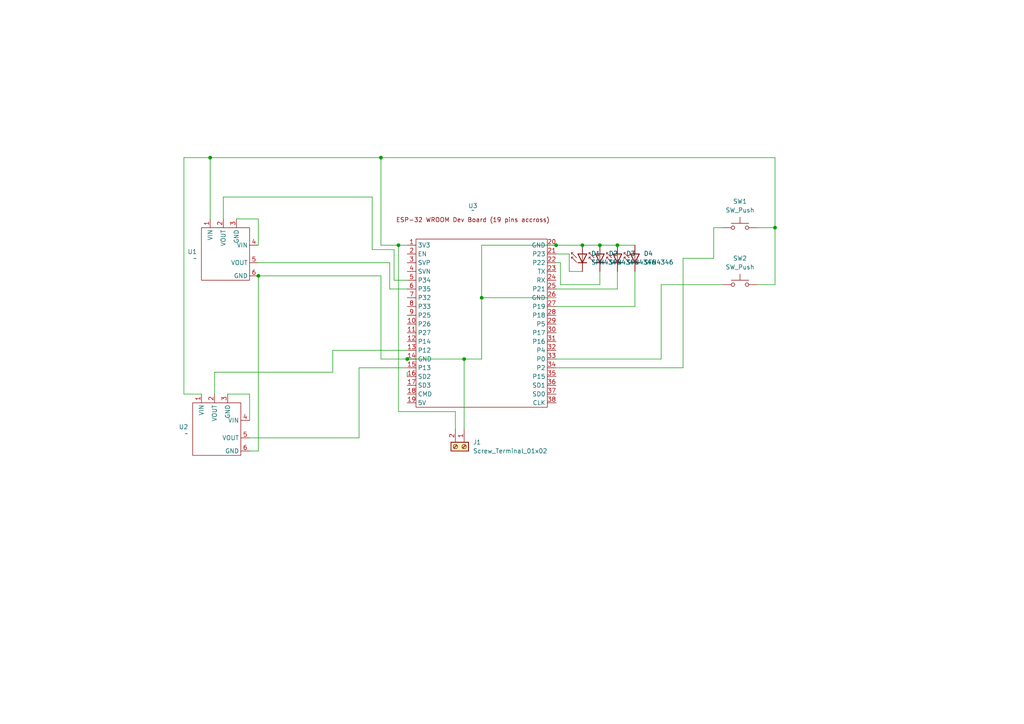
<source format=kicad_sch>
(kicad_sch (version 20231120) (generator "eeschema") (generator_version "8.0")
  (paper "A4")
  (lib_symbols
    (symbol "Connector:Screw_Terminal_01x02" (pin_names (offset 1.016) hide)
      (property "Reference" "J" (at 0 2.54 0))
      (property "Value" "Screw_Terminal_01x02" (at 0 -5.08 0))
      (symbol "Screw_Terminal_01x02_1_1"
        (rectangle (start -1.27 1.27) (end 1.27 -3.81) (stroke (width 0.254)) (fill (type background)))
        (circle (center 0 -2.54) (radius 0.635) (stroke (width 0.1524)))
        (polyline (pts (xy -0.5334 -2.2098) (xy 0.3302 -3.048)) (stroke (width 0.1524)))
        (polyline (pts (xy -0.5334 0.3302) (xy 0.3302 -0.508)) (stroke (width 0.1524)))
        (polyline (pts (xy -0.3556 -2.032) (xy 0.508 -2.8702)) (stroke (width 0.1524)))
        (polyline (pts (xy -0.3556 0.508) (xy 0.508 -0.3302)) (stroke (width 0.1524)))
        (circle (center 0 0) (radius 0.635) (stroke (width 0.1524)))
        (pin passive line (at -5.08 0 0) (length 3.81) (name "Pin_1") (number "1"))
        (pin passive line (at -5.08 -2.54 0) (length 3.81) (name "Pin_2") (number "2"))
      )
    )
    (symbol "LED:SFH4346" (pin_numbers hide) (pin_names (offset 1.016) hide)
      (property "Reference" "D" (at 0.508 1.778 0))
      (property "Value" "SFH4346" (at -1.016 -2.794 0))
      (symbol "SFH4346_0_1"
        (polyline (pts (xy -2.54 1.27) (xy -2.54 -1.27)) (stroke (width 0.254)))
        (polyline (pts (xy 0 0) (xy -2.54 0)))
        (polyline (pts (xy 0.381 3.175) (xy -0.127 3.175)))
        (polyline (pts (xy -1.143 1.651) (xy 0.381 3.175) (xy 0.381 2.667)))
        (polyline (pts (xy 0 1.27) (xy -2.54 0) (xy 0 -1.27) (xy 0 1.27)) (stroke (width 0.254)))
        (polyline (pts (xy -2.413 1.651) (xy -0.889 3.175) (xy -0.889 2.667) (xy -0.889 3.175) (xy -1.397 3.175)))
      )
      (symbol "SFH4346_1_1"
        (pin passive line (at -5.08 0 0) (length 2.54) (name "K") (number "1"))
        (pin passive line (at 2.54 0 180) (length 2.54) (name "A") (number "2"))
      )
    )
    (symbol "Switch:SW_Push" (pin_numbers hide) (pin_names (offset 1.016) hide)
      (property "Reference" "SW" (at 1.27 2.54 0))
      (property "Value" "SW_Push" (at 0 -1.524 0))
      (symbol "SW_Push_0_1"
        (circle (center -2.032 0) (radius 0.508))
        (polyline (pts (xy 0 1.27) (xy 0 3.048)))
        (polyline (pts (xy 2.54 1.27) (xy -2.54 1.27)))
        (circle (center 2.032 0) (radius 0.508))
        (pin passive line (at -5.08 0 0) (length 2.54) (name "1") (number "1"))
        (pin passive line (at 5.08 0 180) (length 2.54) (name "2") (number "2"))
      )
    )
    (symbol "joystick:B10K"
      (property "Reference" "U" (at 0 0 0))
      (symbol "B10K_0_1"
        (rectangle (start 0 0) (end 15.24 -13.97))
      )
      (symbol "B10K_1_0"
        (pin input line (at 10.16 -16.51 90) (length 2.54) (name "VIN") (number "4"))
      )
      (symbol "B10K_1_1"
        (pin input line (at 17.78 -2.54 180) (length 2.54) (name "VIN") (number "1"))
        (pin output line (at 17.78 -6.35 180) (length 2.54) (name "VOUT") (number "2"))
        (pin output line (at 17.78 -10.16 180) (length 2.54) (name "GND") (number "3"))
        (pin output line (at 5.08 -16.51 90) (length 2.54) (name "VOUT") (number "5"))
        (pin output line (at 1.27 -16.51 90) (length 2.54) (name "GND") (number "6"))
      )
    )
    (symbol "lab_board:esp-wroom-32"
      (property "Reference" "U" (at 0 0 0))
      (symbol "esp-wroom-32_0_1"
        (rectangle (start -16.51 -2.032) (end 21.59 -50.8))
      )
      (symbol "esp-wroom-32_1_1"
        (text "ESP-32 WROOM Dev Board (19 pins accross)" (at 0 3.556 0) (effects (font (size 1.27 1.27))))
        (pin output line (at -19.05 -3.81 0) (length 2.54) (name "3V3") (number "1"))
        (pin bidirectional line (at -19.05 -26.67 0) (length 2.54) (name "P26") (number "10"))
        (pin bidirectional line (at -19.05 -29.21 0) (length 2.54) (name "P27") (number "11"))
        (pin bidirectional line (at -19.05 -31.75 0) (length 2.54) (name "P14") (number "12"))
        (pin bidirectional line (at -19.05 -34.29 0) (length 2.54) (name "P12") (number "13"))
        (pin input line (at -19.05 -36.83 0) (length 2.54) (name "GND") (number "14"))
        (pin bidirectional line (at -19.05 -39.37 0) (length 2.54) (name "P13") (number "15"))
        (pin bidirectional line (at -19.05 -41.91 0) (length 2.54) (name "SD2") (number "16"))
        (pin bidirectional line (at -19.05 -44.45 0) (length 2.54) (name "SD3") (number "17"))
        (pin bidirectional line (at -19.05 -46.99 0) (length 2.54) (name "CMD") (number "18"))
        (pin output line (at -19.05 -49.53 0) (length 2.54) (name "5V") (number "19"))
        (pin output line (at -19.05 -6.35 0) (length 2.54) (name "EN") (number "2"))
        (pin input line (at 24.13 -3.81 180) (length 2.54) (name "GND") (number "20"))
        (pin output line (at 24.13 -6.35 180) (length 2.54) (name "P23") (number "21"))
        (pin bidirectional line (at 24.13 -8.89 180) (length 2.54) (name "P22") (number "22"))
        (pin bidirectional line (at 24.13 -11.43 180) (length 2.54) (name "TX") (number "23"))
        (pin bidirectional line (at 24.13 -13.97 180) (length 2.54) (name "RX") (number "24"))
        (pin bidirectional line (at 24.13 -16.51 180) (length 2.54) (name "P21") (number "25"))
        (pin bidirectional line (at 24.13 -19.05 180) (length 2.54) (name "GND") (number "26"))
        (pin bidirectional line (at 24.13 -21.59 180) (length 2.54) (name "P19") (number "27"))
        (pin bidirectional line (at 24.13 -24.13 180) (length 2.54) (name "P18") (number "28"))
        (pin bidirectional line (at 24.13 -26.67 180) (length 2.54) (name "P5") (number "29"))
        (pin output line (at -19.05 -8.89 0) (length 2.54) (name "SVP") (number "3"))
        (pin bidirectional line (at 24.13 -29.21 180) (length 2.54) (name "P17") (number "30"))
        (pin bidirectional line (at 24.13 -31.75 180) (length 2.54) (name "P16") (number "31"))
        (pin bidirectional line (at 24.13 -34.29 180) (length 2.54) (name "P4") (number "32"))
        (pin bidirectional line (at 24.13 -36.83 180) (length 2.54) (name "P0") (number "33"))
        (pin bidirectional line (at 24.13 -39.37 180) (length 2.54) (name "P2") (number "34"))
        (pin bidirectional line (at 24.13 -41.91 180) (length 2.54) (name "P15") (number "35"))
        (pin bidirectional line (at 24.13 -44.45 180) (length 2.54) (name "SD1") (number "36"))
        (pin bidirectional line (at 24.13 -46.99 180) (length 2.54) (name "SD0") (number "37"))
        (pin bidirectional line (at 24.13 -49.53 180) (length 2.54) (name "CLK") (number "38"))
        (pin output line (at -19.05 -11.43 0) (length 2.54) (name "SVN") (number "4"))
        (pin bidirectional line (at -19.05 -13.97 0) (length 2.54) (name "P34") (number "5"))
        (pin bidirectional line (at -19.05 -16.51 0) (length 2.54) (name "P35") (number "6"))
        (pin bidirectional line (at -19.05 -19.05 0) (length 2.54) (name "P32") (number "7"))
        (pin bidirectional line (at -19.05 -21.59 0) (length 2.54) (name "P33") (number "8"))
        (pin bidirectional line (at -19.05 -24.13 0) (length 2.54) (name "P25") (number "9"))
      )
    )
  )
  (junction (at 173.99 71.12))
  (junction (at 60.96 45.72))
  (junction (at 134.62 104.14))
  (junction (at 161.29 71.12))
  (junction (at 224.79 66.04))
  (junction (at 74.93 80.01))
  (junction (at 110.49 45.72))
  (junction (at 115.57 71.12))
  (junction (at 139.7 86.36))
  (junction (at 168.91 71.12))
  (junction (at 118.11 104.14))
  (junction (at 179.07 71.12))
  (wire (pts (xy 72.39 114.3) (xy 72.39 121.92)))
  (wire (pts (xy 96.52 107.95) (xy 96.52 101.6)))
  (wire (pts (xy 161.29 73.66) (xy 165.1 73.66)))
  (wire (pts (xy 60.96 45.72) (xy 53.34 45.72)))
  (wire (pts (xy 118.11 107.95) (xy 118.11 109.22)))
  (wire (pts (xy 62.23 114.3) (xy 62.23 107.95)))
  (wire (pts (xy 139.7 71.12) (xy 139.7 86.36)))
  (wire (pts (xy 165.1 73.66) (xy 165.1 78.74)))
  (wire (pts (xy 60.96 63.5) (xy 60.96 45.72)))
  (wire (pts (xy 74.93 76.2) (xy 113.03 76.2)))
  (wire (pts (xy 96.52 101.6) (xy 118.11 101.6)))
  (wire (pts (xy 74.93 130.81) (xy 72.39 130.81)))
  (wire (pts (xy 173.99 71.12) (xy 179.07 71.12)))
  (wire (pts (xy 62.23 107.95) (xy 96.52 107.95)))
  (wire (pts (xy 165.1 78.74) (xy 168.91 78.74)))
  (wire (pts (xy 107.95 57.15) (xy 64.77 57.15)))
  (wire (pts (xy 209.55 82.55) (xy 191.77 82.55)))
  (wire (pts (xy 191.77 104.14) (xy 161.29 104.14)))
  (wire (pts (xy 53.34 114.3) (xy 58.42 114.3)))
  (wire (pts (xy 162.56 76.2) (xy 162.56 82.55)))
  (wire (pts (xy 224.79 66.04) (xy 219.71 66.04)))
  (wire (pts (xy 224.79 66.04) (xy 224.79 82.55)))
  (wire (pts (xy 113.03 76.2) (xy 113.03 83.82)))
  (wire (pts (xy 53.34 45.72) (xy 53.34 114.3)))
  (wire (pts (xy 113.03 83.82) (xy 118.11 83.82)))
  (wire (pts (xy 110.49 80.01) (xy 110.49 104.14)))
  (wire (pts (xy 110.49 45.72) (xy 110.49 71.12)))
  (wire (pts (xy 115.57 71.12) (xy 115.57 119.38)))
  (wire (pts (xy 68.58 63.5) (xy 74.93 63.5)))
  (wire (pts (xy 198.12 74.93) (xy 198.12 106.68)))
  (wire (pts (xy 161.29 88.9) (xy 184.15 88.9)))
  (wire (pts (xy 139.7 86.36) (xy 139.7 104.14)))
  (wire (pts (xy 72.39 127) (xy 104.14 127)))
  (wire (pts (xy 74.93 80.01) (xy 74.93 130.81)))
  (wire (pts (xy 173.99 82.55) (xy 173.99 78.74)))
  (wire (pts (xy 104.14 106.68) (xy 118.11 106.68)))
  (wire (pts (xy 139.7 86.36) (xy 161.29 86.36)))
  (wire (pts (xy 115.57 119.38) (xy 132.08 119.38)))
  (wire (pts (xy 161.29 71.12) (xy 168.91 71.12)))
  (wire (pts (xy 115.57 71.12) (xy 110.49 71.12)))
  (wire (pts (xy 161.29 71.12) (xy 139.7 71.12)))
  (wire (pts (xy 209.55 66.04) (xy 207.01 66.04)))
  (wire (pts (xy 134.62 104.14) (xy 134.62 124.46)))
  (wire (pts (xy 161.29 83.82) (xy 179.07 83.82)))
  (wire (pts (xy 64.77 57.15) (xy 64.77 63.5)))
  (wire (pts (xy 60.96 45.72) (xy 110.49 45.72)))
  (wire (pts (xy 184.15 88.9) (xy 184.15 78.74)))
  (wire (pts (xy 107.95 72.39) (xy 107.95 57.15)))
  (wire (pts (xy 224.79 45.72) (xy 224.79 66.04)))
  (wire (pts (xy 161.29 76.2) (xy 162.56 76.2)))
  (wire (pts (xy 118.11 81.28) (xy 114.3 81.28)))
  (wire (pts (xy 179.07 71.12) (xy 184.15 71.12)))
  (wire (pts (xy 74.93 80.01) (xy 110.49 80.01)))
  (wire (pts (xy 110.49 104.14) (xy 118.11 104.14)))
  (wire (pts (xy 179.07 83.82) (xy 179.07 78.74)))
  (wire (pts (xy 66.04 114.3) (xy 72.39 114.3)))
  (wire (pts (xy 114.3 81.28) (xy 114.3 72.39)))
  (wire (pts (xy 219.71 82.55) (xy 224.79 82.55)))
  (wire (pts (xy 110.49 45.72) (xy 224.79 45.72)))
  (wire (pts (xy 74.93 63.5) (xy 74.93 71.12)))
  (wire (pts (xy 114.3 72.39) (xy 107.95 72.39)))
  (wire (pts (xy 132.08 119.38) (xy 132.08 124.46)))
  (wire (pts (xy 104.14 127) (xy 104.14 106.68)))
  (wire (pts (xy 162.56 82.55) (xy 173.99 82.55)))
  (wire (pts (xy 134.62 104.14) (xy 139.7 104.14)))
  (wire (pts (xy 161.29 106.68) (xy 198.12 106.68)))
  (wire (pts (xy 168.91 71.12) (xy 173.99 71.12)))
  (wire (pts (xy 118.11 104.14) (xy 134.62 104.14)))
  (wire (pts (xy 191.77 82.55) (xy 191.77 104.14)))
  (wire (pts (xy 118.11 71.12) (xy 115.57 71.12)))
  (wire (pts (xy 198.12 74.93) (xy 207.01 74.93)))
  (wire (pts (xy 207.01 66.04) (xy 207.01 74.93)))
  (symbol (lib_id "lab_board:esp-wroom-32") (at 137.16 67.31 0) (unit 1)
    (property "Reference" "U3" (at 137.16 59.69 0))
    (property "Value" "~" (at 137.16 60.96 0))
    (property "Footprint" "lab:ESP32-wroom" (effects (hide yes)))
  )
  (symbol (lib_id "Switch:SW_Push") (at 214.63 82.55 0) (unit 1)
    (property "Reference" "SW2" (at 214.63 74.93 0))
    (property "Value" "SW_Push" (at 214.63 77.47 0))
    (property "Footprint" "Button_Switch_SMD:SW_Push_1P1T_NO_CK_PTS125Sx43PSMTR" (effects (hide yes)))
    (property "Description" "Push button switch, generic, two pins" (effects (hide yes)))
  )
  (symbol (lib_id "LED:SFH4346") (at 184.15 73.66 90) (unit 1)
    (property "Reference" "D4" (at 186.69 73.5329 90) (effects (justify right)))
    (property "Value" "SFH4346" (at 186.69 76.0729 90) (effects (justify right)))
    (property "Footprint" "LED_THT:LED_D3.0mm_IRBlack" (effects (hide yes)))
    (property "Datasheet" "http://cdn-reichelt.de/documents/datenblatt/A500/SFH4346.pdf" (effects (hide yes)))
    (property "Description" "Infrared LED , 3mm LED package" (effects (hide yes)))
  )
  (symbol (lib_id "Connector:Screw_Terminal_01x02") (at 134.62 129.54 270) (unit 1)
    (property "Reference" "J1" (at 137.16 128.2699 90) (effects (justify left)))
    (property "Value" "Screw_Terminal_01x02" (at 137.16 130.8099 90) (effects (justify left)))
    (property "Footprint" "lab:2 wide through hole .5cm" (effects (hide yes)))
    (property "Description" "Generic screw terminal, single row, 01x02, script generated (kicad-library-utils/schlib/autogen/connector/)" (effects (hide yes)))
  )
  (symbol (lib_id "LED:SFH4346") (at 168.91 73.66 90) (unit 1)
    (property "Reference" "D1" (at 171.45 73.5329 90) (effects (justify right)))
    (property "Value" "SFH4346" (at 171.45 76.0729 90) (effects (justify right)))
    (property "Footprint" "LED_THT:LED_D3.0mm_IRBlack" (effects (hide yes)))
    (property "Datasheet" "http://cdn-reichelt.de/documents/datenblatt/A500/SFH4346.pdf" (effects (hide yes)))
    (property "Description" "Infrared LED , 3mm LED package" (effects (hide yes)))
  )
  (symbol (lib_id "joystick:B10K") (at 55.88 132.08 90) (unit 1)
    (property "Reference" "U2" (at 54.61 123.8249 90) (effects (justify left)))
    (property "Value" "~" (at 54.61 125.73 90) (effects (justify left)))
    (property "Footprint" "joystick:B10k-1" (effects (hide yes)))
  )
  (symbol (lib_id "Switch:SW_Push") (at 214.63 66.04 0) (unit 1)
    (property "Reference" "SW1" (at 214.63 58.42 0))
    (property "Value" "SW_Push" (at 214.63 60.96 0))
    (property "Footprint" "Button_Switch_SMD:SW_Push_1P1T_NO_CK_PTS125Sx43PSMTR" (effects (hide yes)))
    (property "Description" "Push button switch, generic, two pins" (effects (hide yes)))
  )
  (symbol (lib_id "LED:SFH4346") (at 173.99 73.66 90) (unit 1)
    (property "Reference" "D2" (at 176.53 73.5329 90) (effects (justify right)))
    (property "Value" "SFH4346" (at 176.53 76.0729 90) (effects (justify right)))
    (property "Footprint" "LED_THT:LED_D3.0mm_IRBlack" (effects (hide yes)))
    (property "Datasheet" "http://cdn-reichelt.de/documents/datenblatt/A500/SFH4346.pdf" (effects (hide yes)))
    (property "Description" "Infrared LED , 3mm LED package" (effects (hide yes)))
  )
  (symbol (lib_id "joystick:B10K") (at 58.42 81.28 90) (unit 1)
    (property "Reference" "U1" (at 57.15 73.0249 90) (effects (justify left)))
    (property "Value" "~" (at 57.15 74.93 90) (effects (justify left)))
    (property "Footprint" "joystick:B10k-1" (effects (hide yes)))
  )
  (symbol (lib_id "LED:SFH4346") (at 179.07 73.66 90) (unit 1)
    (property "Reference" "D3" (at 181.61 73.5329 90) (effects (justify right)))
    (property "Value" "SFH4346" (at 181.61 76.0729 90) (effects (justify right)))
    (property "Footprint" "LED_THT:LED_D3.0mm_IRBlack" (effects (hide yes)))
    (property "Datasheet" "http://cdn-reichelt.de/documents/datenblatt/A500/SFH4346.pdf" (effects (hide yes)))
    (property "Description" "Infrared LED , 3mm LED package" (effects (hide yes)))
  )
)
</source>
